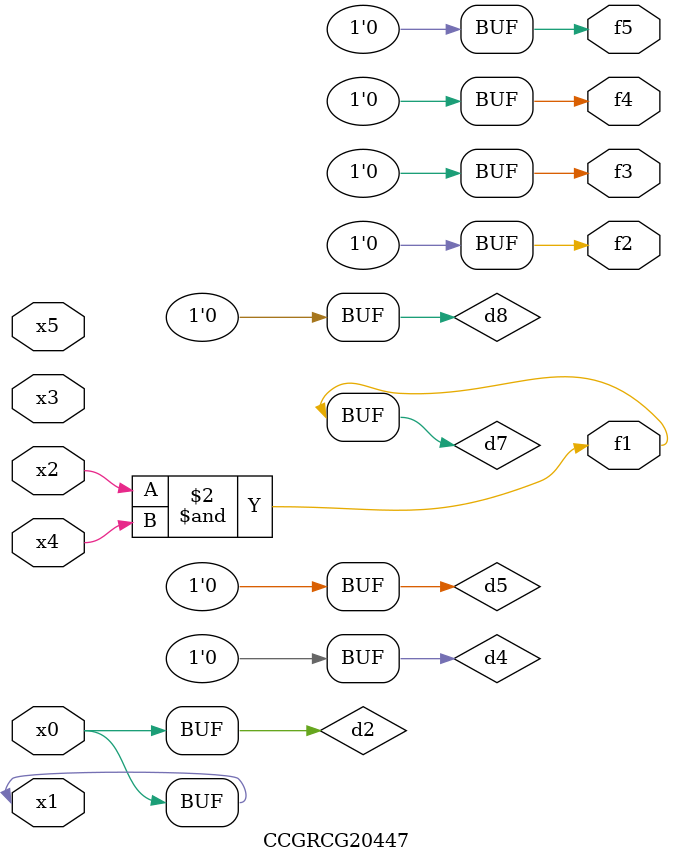
<source format=v>
module CCGRCG20447(
	input x0, x1, x2, x3, x4, x5,
	output f1, f2, f3, f4, f5
);

	wire d1, d2, d3, d4, d5, d6, d7, d8, d9;

	nand (d1, x1);
	buf (d2, x0, x1);
	nand (d3, x2, x4);
	and (d4, d1, d2);
	and (d5, d1, d2);
	nand (d6, d1, d3);
	not (d7, d3);
	xor (d8, d5);
	nor (d9, d5, d6);
	assign f1 = d7;
	assign f2 = d8;
	assign f3 = d8;
	assign f4 = d8;
	assign f5 = d8;
endmodule

</source>
